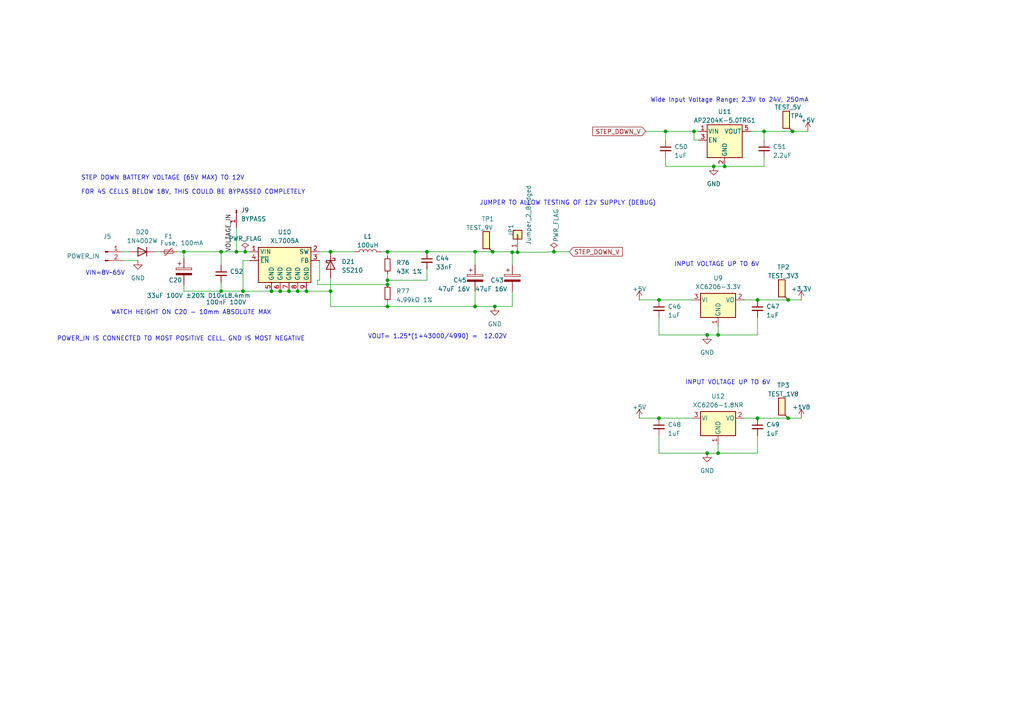
<source format=kicad_sch>
(kicad_sch (version 20230121) (generator eeschema)
  (paper "A4")
  (lib_symbols
    (symbol "Connector:Conn_01x01_Pin" (pin_names (offset 1.016) hide)
      (property "Reference" "J" (at 0 2.54 0))
      (property "Value" "Conn_01x01_Pin" (at 0 -2.54 0))
      (symbol "Conn_01x01_Pin_1_1"
        (polyline (pts (xy 1.27 0) (xy 0.8636 0)) (stroke (width 0.1524)))
        (rectangle (start 0.8636 0.127) (end 0 -0.127) (stroke (width 0.1524)) (fill (type outline)))
        (pin passive line (at 5.08 0 180) (length 3.81) (name "Pin_1") (number "1"))
      )
    )
    (symbol "Connector:Conn_01x02_Pin" (pin_names (offset 1.016) hide)
      (property "Reference" "J" (at 0 2.54 0))
      (property "Value" "Conn_01x02_Pin" (at 0 -5.08 0))
      (symbol "Conn_01x02_Pin_1_1"
        (polyline (pts (xy 1.27 -2.54) (xy 0.8636 -2.54)) (stroke (width 0.1524)))
        (polyline (pts (xy 1.27 0) (xy 0.8636 0)) (stroke (width 0.1524)))
        (rectangle (start 0.8636 -2.413) (end 0 -2.667) (stroke (width 0.1524)) (fill (type outline)))
        (rectangle (start 0.8636 0.127) (end 0 -0.127) (stroke (width 0.1524)) (fill (type outline)))
        (pin passive line (at 5.08 0 180) (length 3.81) (name "Pin_1") (number "1"))
        (pin passive line (at 5.08 -2.54 180) (length 3.81) (name "Pin_2") (number "2"))
      )
    )
    (symbol "Connector:TestPoint_Flag" (pin_numbers hide) (pin_names (offset 0.762) hide)
      (property "Reference" "TP" (at 3.429 1.778 0))
      (property "Value" "TestPoint_Flag" (at 3.302 4.191 0))
      (symbol "TestPoint_Flag_0_1"
        (polyline (pts (xy 0 0) (xy 0.889 0.889)) (stroke (width 0.254)))
        (rectangle (start 0.889 2.794) (end 5.842 0.889) (stroke (width 0.254)) (fill (type background)))
      )
      (symbol "TestPoint_Flag_1_1"
        (pin passive line (at 0 0 90) (length 0) (name "1") (number "1"))
      )
    )
    (symbol "Connector_Generic:Conn_01x01" (pin_names (offset 1.016) hide)
      (property "Reference" "J" (at 0 2.54 0))
      (property "Value" "Conn_01x01" (at 0 -2.54 0))
      (symbol "Conn_01x01_1_1"
        (rectangle (start -1.27 0.127) (end 0 -0.127) (stroke (width 0.1524)))
        (rectangle (start -1.27 1.27) (end 1.27 -1.27) (stroke (width 0.254)) (fill (type background)))
        (pin passive line (at -5.08 0 0) (length 3.81) (name "Pin_1") (number "1"))
      )
    )
    (symbol "Device:C_Polarized" (pin_numbers hide) (pin_names (offset 0.254))
      (property "Reference" "C" (at 0.635 2.54 0))
      (property "Value" "C_Polarized" (at 0.635 -2.54 0))
      (symbol "C_Polarized_0_1"
        (rectangle (start -2.286 0.508) (end 2.286 1.016))
        (polyline (pts (xy -1.778 2.286) (xy -0.762 2.286)))
        (polyline (pts (xy -1.27 2.794) (xy -1.27 1.778)))
        (rectangle (start 2.286 -0.508) (end -2.286 -1.016) (fill (type outline)))
      )
      (symbol "C_Polarized_1_1"
        (pin passive line (at 0 3.81 270) (length 2.794) (name "~") (number "1"))
        (pin passive line (at 0 -3.81 90) (length 2.794) (name "~") (number "2"))
      )
    )
    (symbol "Device:C_Small" (pin_numbers hide) (pin_names (offset 0.254) hide)
      (property "Reference" "C" (at 0.254 1.778 0))
      (property "Value" "C_Small" (at 0.254 -2.032 0))
      (symbol "C_Small_0_1"
        (polyline (pts (xy -1.524 -0.508) (xy 1.524 -0.508)) (stroke (width 0.3302)))
        (polyline (pts (xy -1.524 0.508) (xy 1.524 0.508)) (stroke (width 0.3048)))
      )
      (symbol "C_Small_1_1"
        (pin passive line (at 0 2.54 270) (length 2.032) (name "~") (number "1"))
        (pin passive line (at 0 -2.54 90) (length 2.032) (name "~") (number "2"))
      )
    )
    (symbol "Device:D_Schottky" (pin_numbers hide) (pin_names (offset 1.016) hide)
      (property "Reference" "D" (at 0 2.54 0))
      (property "Value" "D_Schottky" (at 0 -2.54 0))
      (symbol "D_Schottky_0_1"
        (polyline (pts (xy 1.27 0) (xy -1.27 0)))
        (polyline (pts (xy 1.27 1.27) (xy 1.27 -1.27) (xy -1.27 0) (xy 1.27 1.27)) (stroke (width 0.254)))
        (polyline (pts (xy -1.905 0.635) (xy -1.905 1.27) (xy -1.27 1.27) (xy -1.27 -1.27) (xy -0.635 -1.27) (xy -0.635 -0.635)) (stroke (width 0.254)))
      )
      (symbol "D_Schottky_1_1"
        (pin passive line (at -3.81 0 0) (length 2.54) (name "K") (number "1"))
        (pin passive line (at 3.81 0 180) (length 2.54) (name "A") (number "2"))
      )
    )
    (symbol "Device:L" (pin_numbers hide) (pin_names (offset 1.016) hide)
      (property "Reference" "L" (at -1.27 0 90))
      (property "Value" "L" (at 1.905 0 90))
      (symbol "L_0_1"
        (arc (start 0 -2.54) (mid 0.6323 -1.905) (end 0 -1.27))
        (arc (start 0 -1.27) (mid 0.6323 -0.635) (end 0 0))
        (arc (start 0 0) (mid 0.6323 0.635) (end 0 1.27))
        (arc (start 0 1.27) (mid 0.6323 1.905) (end 0 2.54))
      )
      (symbol "L_1_1"
        (pin passive line (at 0 3.81 270) (length 1.27) (name "1") (number "1"))
        (pin passive line (at 0 -3.81 90) (length 1.27) (name "2") (number "2"))
      )
    )
    (symbol "Device:Polyfuse_Small" (pin_numbers hide) (pin_names (offset 0))
      (property "Reference" "F" (at -1.905 0 90))
      (property "Value" "Polyfuse_Small" (at 1.905 0 90))
      (symbol "Polyfuse_Small_0_1"
        (rectangle (start -0.508 1.27) (end 0.508 -1.27))
        (polyline (pts (xy 0 2.54) (xy 0 -2.54)))
        (polyline (pts (xy -1.016 1.27) (xy -1.016 0.762) (xy 1.016 -0.762) (xy 1.016 -1.27)))
      )
      (symbol "Polyfuse_Small_1_1"
        (pin passive line (at 0 2.54 270) (length 0.635) (name "~") (number "1"))
        (pin passive line (at 0 -2.54 90) (length 0.635) (name "~") (number "2"))
      )
    )
    (symbol "Device:R_Small" (pin_numbers hide) (pin_names (offset 0.254) hide)
      (property "Reference" "R" (at 0.762 0.508 0))
      (property "Value" "R_Small" (at 0.762 -1.016 0))
      (symbol "R_Small_0_1"
        (rectangle (start -0.762 1.778) (end 0.762 -1.778) (stroke (width 0.2032)))
      )
      (symbol "R_Small_1_1"
        (pin passive line (at 0 2.54 270) (length 0.762) (name "~") (number "1"))
        (pin passive line (at 0 -2.54 90) (length 0.762) (name "~") (number "2"))
      )
    )
    (symbol "Diode:1N4007" (pin_numbers hide) (pin_names hide)
      (property "Reference" "D" (at 0 2.54 0))
      (property "Value" "1N4007" (at 0 -2.54 0))
      (symbol "1N4007_0_1"
        (polyline (pts (xy -1.27 1.27) (xy -1.27 -1.27)) (stroke (width 0.254)))
        (polyline (pts (xy 1.27 0) (xy -1.27 0)))
        (polyline (pts (xy 1.27 1.27) (xy 1.27 -1.27) (xy -1.27 0) (xy 1.27 1.27)) (stroke (width 0.254)))
      )
      (symbol "1N4007_1_1"
        (pin passive line (at -3.81 0 0) (length 2.54) (name "K") (number "1"))
        (pin passive line (at 3.81 0 180) (length 2.54) (name "A") (number "2"))
      )
    )
    (symbol "Regulator_Linear:AP2204K-5.0" (pin_names (offset 0.254))
      (property "Reference" "U" (at -5.08 5.715 0))
      (property "Value" "AP2204K-5.0" (at 0 5.715 0))
      (symbol "AP2204K-5.0_0_1"
        (rectangle (start -5.08 4.445) (end 5.08 -5.08) (stroke (width 0.254)) (fill (type background)))
      )
      (symbol "AP2204K-5.0_1_1"
        (pin power_in line (at -7.62 2.54 0) (length 2.54) (name "VIN") (number "1"))
        (pin power_in line (at 0 -7.62 90) (length 2.54) (name "GND") (number "2"))
        (pin input line (at -7.62 0 0) (length 2.54) (name "EN") (number "3"))
        (pin no_connect line (at 5.08 0 180) (length 2.54) hide (name "NC") (number "4"))
        (pin power_out line (at 7.62 2.54 180) (length 2.54) (name "VOUT") (number "5"))
      )
    )
    (symbol "Regulator_Linear:XC6206PxxxMR" (pin_names (offset 0.254))
      (property "Reference" "U" (at -3.81 3.175 0))
      (property "Value" "XC6206PxxxMR" (at 0 3.175 0))
      (symbol "XC6206PxxxMR_0_1"
        (rectangle (start -5.08 1.905) (end 5.08 -5.08) (stroke (width 0.254)) (fill (type background)))
      )
      (symbol "XC6206PxxxMR_1_1"
        (pin power_in line (at 0 -7.62 90) (length 2.54) (name "GND") (number "1"))
        (pin power_out line (at 7.62 0 180) (length 2.54) (name "VO") (number "2"))
        (pin power_in line (at -7.62 0 0) (length 2.54) (name "VI") (number "3"))
      )
    )
    (symbol "XLSEMI:XL7005A"
      (property "Reference" "U" (at -7.112 6.096 0))
      (property "Value" "XL7005A" (at 5.842 6.096 0))
      (symbol "XL7005A_0_1"
        (rectangle (start -7.62 5.08) (end 7.62 -5.08) (stroke (width 0.254)) (fill (type background)))
      )
      (symbol "XL7005A_1_0"
        (pin power_in line (at 6.35 -7.62 90) (length 2.54) (name "GND") (number "9"))
      )
      (symbol "XL7005A_1_1"
        (pin power_in line (at -10.16 3.81 0) (length 2.54) (name "VIN") (number "1"))
        (pin power_out line (at 10.16 3.81 180) (length 2.54) (name "SW") (number "2"))
        (pin input line (at 10.16 1.27 180) (length 2.54) (name "FB") (number "3"))
        (pin input line (at -10.16 1.27 0) (length 2.54) (name "~{EN}") (number "4"))
        (pin power_in line (at -3.81 -7.62 90) (length 2.54) (name "GND") (number "5"))
        (pin power_in line (at -1.27 -7.62 90) (length 2.54) (name "GND") (number "6"))
        (pin power_in line (at 1.27 -7.62 90) (length 2.54) (name "GND") (number "7"))
        (pin power_in line (at 3.81 -7.62 90) (length 2.54) (name "GND") (number "8"))
      )
    )
    (symbol "power:+1V8" (power) (pin_names (offset 0))
      (property "Value" "+1V8" (at 0 3.556 0))
      (symbol "+1V8_0_1"
        (polyline (pts (xy -0.762 1.27) (xy 0 2.54)))
        (polyline (pts (xy 0 0) (xy 0 2.54)))
        (polyline (pts (xy 0 2.54) (xy 0.762 1.27)))
      )
      (symbol "+1V8_1_1"
        (pin power_in line (at 0 0 90) (length 0) hide (name "+1V8") (number "1"))
      )
    )
    (symbol "power:+3.3V" (power) (pin_names (offset 0))
      (property "Value" "+3.3V" (at 0 3.556 0))
      (symbol "+3.3V_0_1"
        (polyline (pts (xy -0.762 1.27) (xy 0 2.54)))
        (polyline (pts (xy 0 0) (xy 0 2.54)))
        (polyline (pts (xy 0 2.54) (xy 0.762 1.27)))
      )
      (symbol "+3.3V_1_1"
        (pin power_in line (at 0 0 90) (length 0) hide (name "+3.3V") (number "1"))
      )
    )
    (symbol "power:+5V" (power) (pin_names (offset 0))
      (property "Value" "+5V" (at 0 3.556 0))
      (symbol "+5V_0_1"
        (polyline (pts (xy -0.762 1.27) (xy 0 2.54)))
        (polyline (pts (xy 0 0) (xy 0 2.54)))
        (polyline (pts (xy 0 2.54) (xy 0.762 1.27)))
      )
      (symbol "+5V_1_1"
        (pin power_in line (at 0 0 90) (length 0) hide (name "+5V") (number "1"))
      )
    )
    (symbol "power:GND" (power) (pin_names (offset 0))
      (property "Value" "GND" (at 0 -3.81 0))
      (symbol "GND_0_1"
        (polyline (pts (xy 0 0) (xy 0 -1.27) (xy 1.27 -1.27) (xy 0 -2.54) (xy -1.27 -1.27) (xy 0 -1.27)))
      )
      (symbol "GND_1_1"
        (pin power_in line (at 0 0 270) (length 0) hide (name "GND") (number "1"))
      )
    )
    (symbol "power:PWR_FLAG" (power) (pin_numbers hide) (pin_names (offset 0) hide)
      (property "Value" "PWR_FLAG" (at 0 3.81 0))
      (symbol "PWR_FLAG_0_0"
        (pin power_out line (at 0 0 90) (length 0) (name "pwr") (number "1"))
      )
      (symbol "PWR_FLAG_0_1"
        (polyline (pts (xy 0 0) (xy 0 1.27) (xy -1.016 1.905) (xy 0 2.54) (xy 1.016 1.905) (xy 0 1.27)))
      )
    )
  )
  (junction (at 193.04 38.1))
  (junction (at 112.395 82.55))
  (junction (at 207.01 48.26))
  (junction (at 95.885 84.455))
  (junction (at 205.105 131.445))
  (junction (at 81.28 84.455))
  (junction (at 229.87 38.1))
  (junction (at 150.114 73.152))
  (junction (at 208.28 97.155))
  (junction (at 228.6 121.285))
  (junction (at 210.185 48.26))
  (junction (at 64.135 73.025))
  (junction (at 208.28 131.445))
  (junction (at 64.135 84.455))
  (junction (at 205.105 97.155))
  (junction (at 112.395 81.28))
  (junction (at 70.485 84.455))
  (junction (at 78.74 84.455))
  (junction (at 201.295 38.1))
  (junction (at 88.9 84.455))
  (junction (at 191.135 121.285))
  (junction (at 219.71 121.285))
  (junction (at 71.12 73.025))
  (junction (at 68.58 73.025))
  (junction (at 53.34 73.025))
  (junction (at 143.51 88.9))
  (junction (at 137.795 88.9))
  (junction (at 112.395 88.9))
  (junction (at 123.825 73.025))
  (junction (at 228.6 86.995))
  (junction (at 142.875 73.025))
  (junction (at 95.885 73.025))
  (junction (at 137.795 73.025))
  (junction (at 221.615 38.1))
  (junction (at 148.59 73.152))
  (junction (at 83.82 84.455))
  (junction (at 112.395 73.025))
  (junction (at 160.655 73.025))
  (junction (at 219.71 86.995))
  (junction (at 191.135 86.995))
  (junction (at 86.36 84.455))
  (wire (pts (xy 70.485 84.455) (xy 78.74 84.455)))
  (wire (pts (xy 191.135 126.365) (xy 191.135 131.445)))
  (wire (pts (xy 219.71 97.155) (xy 219.71 92.075)))
  (wire (pts (xy 191.135 131.445) (xy 205.105 131.445)))
  (wire (pts (xy 112.395 73.025) (xy 123.825 73.025)))
  (wire (pts (xy 148.59 73.025) (xy 148.59 73.152)))
  (wire (pts (xy 88.9 84.455) (xy 95.885 84.455)))
  (wire (pts (xy 205.105 97.155) (xy 208.28 97.155)))
  (wire (pts (xy 68.58 73.025) (xy 71.12 73.025)))
  (wire (pts (xy 53.34 84.455) (xy 64.135 84.455)))
  (wire (pts (xy 137.795 88.9) (xy 143.51 88.9)))
  (wire (pts (xy 221.615 40.64) (xy 221.615 38.1)))
  (wire (pts (xy 92.71 81.28) (xy 92.71 75.565)))
  (wire (pts (xy 123.825 81.28) (xy 123.825 78.105)))
  (wire (pts (xy 95.885 73.025) (xy 102.87 73.025)))
  (wire (pts (xy 35.56 73.025) (xy 37.465 73.025)))
  (wire (pts (xy 228.6 121.285) (xy 232.41 121.285)))
  (wire (pts (xy 112.395 79.375) (xy 112.395 81.28)))
  (wire (pts (xy 208.28 97.155) (xy 219.71 97.155)))
  (wire (pts (xy 210.185 48.26) (xy 221.615 48.26)))
  (wire (pts (xy 159.004 73.025) (xy 160.655 73.025)))
  (wire (pts (xy 92.075 81.28) (xy 92.075 82.55)))
  (wire (pts (xy 191.135 86.995) (xy 200.66 86.995)))
  (wire (pts (xy 53.34 82.55) (xy 53.34 84.455)))
  (wire (pts (xy 83.82 84.455) (xy 86.36 84.455)))
  (wire (pts (xy 191.135 92.075) (xy 191.135 97.155)))
  (wire (pts (xy 45.085 73.025) (xy 46.355 73.025)))
  (wire (pts (xy 148.59 88.9) (xy 148.59 84.455)))
  (wire (pts (xy 221.615 48.26) (xy 221.615 45.72)))
  (wire (pts (xy 95.885 84.455) (xy 95.885 88.9)))
  (wire (pts (xy 35.56 75.565) (xy 40.005 75.565)))
  (wire (pts (xy 205.105 131.445) (xy 208.28 131.445)))
  (wire (pts (xy 215.9 121.285) (xy 219.71 121.285)))
  (wire (pts (xy 64.135 73.025) (xy 64.135 76.835)))
  (wire (pts (xy 193.04 45.72) (xy 193.04 48.26)))
  (wire (pts (xy 229.87 38.1) (xy 234.315 38.1)))
  (wire (pts (xy 78.74 84.455) (xy 81.28 84.455)))
  (wire (pts (xy 208.28 131.445) (xy 219.71 131.445)))
  (wire (pts (xy 92.075 81.28) (xy 92.71 81.28)))
  (wire (pts (xy 81.28 84.455) (xy 83.82 84.455)))
  (wire (pts (xy 150.114 73.152) (xy 159.004 73.152)))
  (wire (pts (xy 207.01 48.26) (xy 210.185 48.26)))
  (wire (pts (xy 137.795 84.455) (xy 137.795 88.9)))
  (wire (pts (xy 95.885 84.455) (xy 95.885 80.645)))
  (wire (pts (xy 92.075 82.55) (xy 112.395 82.55)))
  (wire (pts (xy 72.39 75.565) (xy 70.485 75.565)))
  (wire (pts (xy 185.42 86.995) (xy 191.135 86.995)))
  (wire (pts (xy 112.395 87.63) (xy 112.395 88.9)))
  (wire (pts (xy 71.12 73.025) (xy 72.39 73.025)))
  (wire (pts (xy 193.04 40.64) (xy 193.04 38.1)))
  (wire (pts (xy 208.28 94.615) (xy 208.28 97.155)))
  (wire (pts (xy 159.004 73.152) (xy 159.004 73.025)))
  (wire (pts (xy 112.395 73.025) (xy 112.395 74.295)))
  (wire (pts (xy 137.795 73.025) (xy 137.795 76.835)))
  (wire (pts (xy 142.875 73.025) (xy 148.59 73.025)))
  (wire (pts (xy 221.615 38.1) (xy 229.87 38.1)))
  (wire (pts (xy 150.114 73.152) (xy 148.59 73.152)))
  (wire (pts (xy 64.135 81.915) (xy 64.135 84.455)))
  (wire (pts (xy 160.655 73.025) (xy 165.1 73.025)))
  (wire (pts (xy 64.135 84.455) (xy 70.485 84.455)))
  (wire (pts (xy 217.805 38.1) (xy 221.615 38.1)))
  (wire (pts (xy 112.395 88.9) (xy 137.795 88.9)))
  (wire (pts (xy 123.825 73.025) (xy 137.795 73.025)))
  (wire (pts (xy 193.04 38.1) (xy 201.295 38.1)))
  (wire (pts (xy 191.135 121.285) (xy 200.66 121.285)))
  (wire (pts (xy 137.795 73.025) (xy 142.875 73.025)))
  (wire (pts (xy 219.71 131.445) (xy 219.71 126.365)))
  (wire (pts (xy 219.71 121.285) (xy 228.6 121.285)))
  (wire (pts (xy 191.135 97.155) (xy 205.105 97.155)))
  (wire (pts (xy 143.51 88.9) (xy 148.59 88.9)))
  (wire (pts (xy 110.49 73.025) (xy 112.395 73.025)))
  (wire (pts (xy 112.395 81.28) (xy 112.395 82.55)))
  (wire (pts (xy 68.58 66.04) (xy 68.58 73.025)))
  (wire (pts (xy 70.485 75.565) (xy 70.485 84.455)))
  (wire (pts (xy 228.6 86.995) (xy 232.41 86.995)))
  (wire (pts (xy 185.42 121.285) (xy 191.135 121.285)))
  (wire (pts (xy 53.34 73.025) (xy 53.34 74.93)))
  (wire (pts (xy 86.36 84.455) (xy 88.9 84.455)))
  (wire (pts (xy 148.59 73.152) (xy 148.59 76.835)))
  (wire (pts (xy 201.295 38.1) (xy 202.565 38.1)))
  (wire (pts (xy 51.435 73.025) (xy 53.34 73.025)))
  (wire (pts (xy 215.9 86.995) (xy 219.71 86.995)))
  (wire (pts (xy 208.28 128.905) (xy 208.28 131.445)))
  (wire (pts (xy 201.295 40.64) (xy 201.295 38.1)))
  (wire (pts (xy 95.885 88.9) (xy 112.395 88.9)))
  (wire (pts (xy 187.325 38.1) (xy 193.04 38.1)))
  (wire (pts (xy 219.71 86.995) (xy 228.6 86.995)))
  (wire (pts (xy 92.71 73.025) (xy 95.885 73.025)))
  (wire (pts (xy 112.395 81.28) (xy 123.825 81.28)))
  (wire (pts (xy 64.135 73.025) (xy 68.58 73.025)))
  (wire (pts (xy 193.04 48.26) (xy 207.01 48.26)))
  (wire (pts (xy 53.34 73.025) (xy 64.135 73.025)))
  (wire (pts (xy 202.565 40.64) (xy 201.295 40.64)))
  (text "INPUT VOLTAGE UP TO 6V" (at 195.58 77.47 0) (effects (font (size 1.27 1.27)) (justify left bottom)))
  (text "POWER_IN IS CONNECTED TO MOST POSITIVE CELL, GND IS MOST NEGATIVE" (at 16.51 99.06 0) (effects (font (size 1.27 1.27)) (justify left bottom)))
  (text "JUMPER TO ALLOW TESTING OF 12V SUPPLY (DEBUG)" (at 139.065 59.69 0) (effects (font (size 1.27 1.27)) (justify left bottom)))
  (text "VIN=8V~65V" (at 24.765 80.01 0) (effects (font (size 1.27 1.27)) (justify left bottom)))
  (text "STEP DOWN BATTERY VOLTAGE (65V MAX) TO 12V\n\nFOR 4S CELLS BELOW 18V, THIS COULD BE BYPASSED COMPLETELY\n" (at 23.495 56.515 0) (effects (font (size 1.27 1.27)) (justify left bottom)))
  (text "INPUT VOLTAGE UP TO 6V" (at 198.755 111.76 0) (effects (font (size 1.27 1.27)) (justify left bottom)))
  (text "WATCH HEIGHT ON C20 - 10mm ABSOLUTE MAX" (at 78.74 91.44 0) (effects (font (size 1.27 1.27)) (justify right bottom)))
  (text "VOUT= 1.25*(1+43000/4990) =  12.02V" (at 106.68 98.425 0) (effects (font (size 1.27 1.27)) (justify left bottom)))
  (text "Wide Input Voltage Range: 2.3V to 24V, 250mA" (at 188.595 29.845 0) (effects (font (size 1.27 1.27)) (justify left bottom)))
  (label "VOLTAGE_IN" (at 67.31 73.025 90))
  (global_label "STEP_DOWN_V" (shape input) (at 187.325 38.1 180) (property "Intersheetrefs" "${INTERSHEET_REFS}" (effects hide)))
  (global_label "STEP_DOWN_V" (shape input) (at 165.1 73.025 0) (property "Intersheetrefs" "${INTERSHEET_REFS}" (effects hide)))
  (symbol (lib_id "Device:C_Small") (at 123.825 75.565 0) (unit 1)
    (property "Reference" "C44" (at 126.365 74.9363 0) (effects (justify left)))
    (property "Value" "33nF" (at 126.365 77.4763 0) (effects (justify left)))
    (property "Footprint" "Capacitor_SMD:C_0603_1608Metric" (effects hide))
    (property "PartNumber" "CC0603KRX7R8BB333" (effects hide))
    (property "LCSCStockCode" "C113810" (effects hide))
  )
  (symbol (lib_id "power:+3.3V") (at 232.41 86.995 0) (unit 1)
    (property "Reference" "#PWR063" (effects hide))
    (property "Value" "+3.3V" (at 232.41 83.82 0))
  )
  (symbol (lib_id "Device:C_Small") (at 219.71 89.535 0) (unit 1)
    (property "Reference" "C47" (at 222.25 88.9063 0) (effects (justify left)))
    (property "Value" "1uF" (at 222.25 91.4463 0) (effects (justify left)))
    (property "Footprint" "Capacitor_SMD:C_0805_2012Metric" (effects hide))
    (property "PartNumber" "CL21B105KBFNNNE" (effects hide))
    (property "LCSCStockCode" "C28323" (effects hide))
  )
  (symbol (lib_id "Device:C_Small") (at 219.71 123.825 0) (unit 1)
    (property "Reference" "C49" (at 222.25 123.1963 0) (effects (justify left)))
    (property "Value" "1uF" (at 222.25 125.7363 0) (effects (justify left)))
    (property "Footprint" "Capacitor_SMD:C_0805_2012Metric" (effects hide))
    (property "PartNumber" "CL21B105KBFNNNE" (effects hide))
    (property "LCSCStockCode" "C28323" (effects hide))
  )
  (symbol (lib_id "Connector:TestPoint_Flag") (at 229.87 38.1 90) (unit 1)
    (property "Reference" "TP4" (at 231.14 33.655 90))
    (property "Value" "TEST_5V" (at 228.473 31.115 90))
    (property "Footprint" "TestPoint:TestPoint_Pad_1.5x1.5mm" (effects hide))
  )
  (symbol (lib_id "Device:C_Polarized") (at 148.59 80.645 0) (unit 1)
    (property "Reference" "C43" (at 142.24 81.28 0) (effects (justify left)))
    (property "Value" "47uF 16V" (at 137.795 83.82 0) (effects (justify left)))
    (property "Footprint" "Capacitor_SMD:CP_Elec_5x5.4" (effects hide))
    (property "PartNumber" "RVT1C470M0505" (effects hide))
    (property "LCSCStockCode" "C3337" (effects hide))
  )
  (symbol (lib_id "Device:C_Small") (at 221.615 43.18 0) (unit 1)
    (property "Reference" "C51" (at 224.155 42.5513 0) (effects (justify left)))
    (property "Value" "2.2uF" (at 224.155 45.0913 0) (effects (justify left)))
    (property "Footprint" "Capacitor_SMD:C_0603_1608Metric" (effects hide))
    (property "PartNumber" "CL10A225KO8NNNC" (effects hide))
    (property "LCSCStockCode" "C23630" (effects hide))
  )
  (symbol (lib_id "Diode:1N4007") (at 41.275 73.025 180) (unit 1)
    (property "Reference" "D20" (at 41.275 67.31 0))
    (property "Value" "1N4002W" (at 41.275 69.85 0))
    (property "Footprint" "Diode_SMD:D_SOD-123F" (effects hide))
    (property "Datasheet" "https://datasheet.lcsc.com/lcsc/1810091230_Shandong-Jingdao-Microelectronics-1N4002W_C169542.pdf" (effects hide))
    (property "PartNumber" "1N4002W" (effects hide))
    (property "LCSCStockCode" "C169542" (effects hide))
  )
  (symbol (lib_id "power:+1V8") (at 232.41 121.285 0) (unit 1)
    (property "Reference" "#PWR067" (effects hide))
    (property "Value" "+1V8" (at 232.41 118.11 0))
  )
  (symbol (lib_id "Regulator_Linear:XC6206PxxxMR") (at 208.28 121.285 0) (unit 1)
    (property "Reference" "U12" (at 208.28 114.935 0))
    (property "Value" "XC6206-1.8NR" (at 208.28 117.475 0))
    (property "Footprint" "Package_TO_SOT_SMD:SOT-23-3" (effects hide))
    (property "Datasheet" "https://www.torexsemi.com/file/xc6206/XC6206.pdf" (effects hide))
    (property "PartNumber" "XC6206-1.8NR" (effects hide))
    (property "LCSCStockCode" "C2984870" (effects hide))
  )
  (symbol (lib_id "Device:R_Small") (at 112.395 85.09 0) (unit 1)
    (property "Reference" "R77" (at 114.935 84.455 0) (effects (justify left)))
    (property "Value" "4.99kΩ 1%" (at 114.935 86.995 0) (effects (justify left)))
    (property "Footprint" "Resistor_SMD:R_0603_1608Metric" (effects hide))
    (property "PartNumber" "0603WAF4991T5E" (effects hide))
    (property "LCSCStockCode" "C23046" (effects hide))
  )
  (symbol (lib_id "power:GND") (at 205.105 131.445 0) (unit 1)
    (property "Reference" "#PWR065" (effects hide))
    (property "Value" "GND" (at 205.105 136.525 0))
  )
  (symbol (lib_id "power:GND") (at 205.105 97.155 0) (unit 1)
    (property "Reference" "#PWR062" (effects hide))
    (property "Value" "GND" (at 205.105 102.235 0))
  )
  (symbol (lib_id "Connector:TestPoint_Flag") (at 228.6 86.995 90) (unit 1)
    (property "Reference" "TP2" (at 227.203 77.47 90))
    (property "Value" "TEST_3V3" (at 227.203 80.01 90))
    (property "Footprint" "TestPoint:TestPoint_Pad_1.5x1.5mm" (effects hide))
  )
  (symbol (lib_id "Device:C_Small") (at 64.135 79.375 0) (unit 1)
    (property "Reference" "C52" (at 66.675 78.7463 0) (effects (justify left)))
    (property "Value" "100nF 100V" (at 59.69 87.63 0) (effects (justify left)))
    (property "Footprint" "Capacitor_SMD:C_0805_2012Metric" (effects hide))
    (property "PartNumber" "CL21B104KCFNNNE" (effects hide))
    (property "LCSCStockCode" "C28233" (effects hide))
  )
  (symbol (lib_id "Connector_Generic:Conn_01x01") (at 150.114 68.072 90) (unit 1)
    (property "Reference" "JP1" (at 148.209 66.802 0))
    (property "Value" "Jumper_2_Bridged" (at 153.289 62.357 0))
    (property "Footprint" "Connector_PinHeader_2.54mm:PinHeader_1x01_P2.54mm_Vertical" (effects hide))
    (property "PartNumber" "DZ254R-11-02-63" (effects hide))
    (property "LCSCStockCode" "C2935908" (effects hide))
  )
  (symbol (lib_id "power:GND") (at 207.01 48.26 0) (unit 1)
    (property "Reference" "#PWR069" (effects hide))
    (property "Value" "GND" (at 207.01 53.34 0))
  )
  (symbol (lib_id "power:PWR_FLAG") (at 71.12 73.025 0) (unit 1)
    (property "Reference" "#FLG01" (effects hide))
    (property "Value" "PWR_FLAG" (at 71.12 69.215 0))
  )
  (symbol (lib_id "Regulator_Linear:XC6206PxxxMR") (at 208.28 86.995 0) (unit 1)
    (property "Reference" "U9" (at 208.28 80.645 0))
    (property "Value" "XC6206-3.3V" (at 208.28 83.185 0))
    (property "Footprint" "Package_TO_SOT_SMD:SOT-23-3" (effects hide))
    (property "Datasheet" "https://www.torexsemi.com/file/xc6206/XC6206.pdf" (effects hide))
    (property "PartNumber" "XC6206-3.3V" (effects hide))
    (property "LCSCStockCode" "C2891841" (effects hide))
  )
  (symbol (lib_id "XLSEMI:XL7005A") (at 82.55 76.835 0) (unit 1)
    (property "Reference" "U10" (at 82.55 67.31 0))
    (property "Value" "XL7005A" (at 82.55 69.85 0))
    (property "Footprint" "Package_SO:SOIC-8-1EP_3.9x4.9mm_P1.27mm_EP2.29x3mm" (effects hide))
    (property "Datasheet" "https://datasheet.lcsc.com/lcsc/1811081614_XLSEMI-XL7005A_C50848.pdf" (effects hide))
    (property "PartNumber" "XL7005A" (effects hide))
    (property "LCSCStockCode" "C50848" (effects hide))
  )
  (symbol (lib_id "Device:C_Small") (at 191.135 123.825 0) (unit 1)
    (property "Reference" "C48" (at 193.675 123.1963 0) (effects (justify left)))
    (property "Value" "1uF" (at 193.675 125.7363 0) (effects (justify left)))
    (property "Footprint" "Capacitor_SMD:C_0805_2012Metric" (effects hide))
    (property "PartNumber" "CL21B105KBFNNNE" (effects hide))
    (property "LCSCStockCode" "C28323" (effects hide))
  )
  (symbol (lib_id "Connector:Conn_01x01_Pin") (at 68.58 60.96 270) (unit 1) (in_bom no)
    (property "Reference" "J9" (at 69.85 60.96 90) (effects (justify left)))
    (property "Value" "BYPASS" (at 69.85 63.5 90) (effects (justify left)))
    (property "Footprint" "Connector_PinSocket_2.54mm:PinSocket_1x01_P2.54mm_Vertical" (effects hide))
  )
  (symbol (lib_id "power:GND") (at 40.005 75.565 0) (unit 1)
    (property "Reference" "#PWR066" (effects hide))
    (property "Value" "GND" (at 40.005 80.645 0))
  )
  (symbol (lib_id "Device:R_Small") (at 112.395 76.835 0) (unit 1)
    (property "Reference" "R76" (at 114.935 76.2 0) (effects (justify left)))
    (property "Value" "43K 1%" (at 114.935 78.74 0) (effects (justify left)))
    (property "Footprint" "Resistor_SMD:R_0603_1608Metric" (effects hide))
    (property "PartNumber" "0603WAF4302T5E" (effects hide))
    (property "LCSCStockCode" "C23172" (effects hide))
  )
  (symbol (lib_id "Device:D_Schottky") (at 95.885 76.835 270) (unit 1)
    (property "Reference" "D21" (at 99.06 75.8825 90) (effects (justify left)))
    (property "Value" "SS210" (at 99.06 78.4225 90) (effects (justify left)))
    (property "Footprint" "Diode_SMD:D_SMA" (effects hide))
    (property "PartNumber" "SS210" (effects hide))
    (property "LCSCStockCode" "C432298" (effects hide))
  )
  (symbol (lib_id "Device:C_Polarized") (at 137.795 80.645 0) (unit 1)
    (property "Reference" "C45" (at 131.445 81.28 0) (effects (justify left)))
    (property "Value" "47uF 16V" (at 127 83.82 0) (effects (justify left)))
    (property "Footprint" "Capacitor_SMD:CP_Elec_5x5.4" (effects hide))
    (property "PartNumber" "RVT1C470M0505" (effects hide))
    (property "LCSCStockCode" "C3337" (effects hide))
  )
  (symbol (lib_id "power:+5V") (at 234.315 38.1 0) (unit 1)
    (property "Reference" "#PWR068" (effects hide))
    (property "Value" "+5V" (at 234.315 34.925 0))
  )
  (symbol (lib_id "Connector:Conn_01x02_Pin") (at 30.48 73.025 0) (unit 1)
    (property "Reference" "J5" (at 31.115 68.58 0))
    (property "Value" "POWER_IN" (at 24.13 74.295 0))
    (property "Footprint" "Connector_Phoenix_MC:PhoenixContact_MC_1,5_2-G-3.81_1x02_P3.81mm_Horizontal" (effects hide))
    (property "PartNumber" "WJ15EDGRC-3.81-2P" (effects hide))
    (property "LCSCStockCode" "C8387" (effects hide))
  )
  (symbol (lib_id "Connector:TestPoint_Flag") (at 228.6 121.285 90) (unit 1)
    (property "Reference" "TP3" (at 227.203 111.76 90))
    (property "Value" "TEST_1V8" (at 227.203 114.3 90))
    (property "Footprint" "TestPoint:TestPoint_Pad_1.5x1.5mm" (effects hide))
  )
  (symbol (lib_id "power:+5V") (at 185.42 86.995 0) (unit 1)
    (property "Reference" "#PWR061" (effects hide))
    (property "Value" "+5V" (at 185.42 83.82 0))
  )
  (symbol (lib_id "Device:C_Small") (at 193.04 43.18 0) (unit 1)
    (property "Reference" "C50" (at 195.58 42.5513 0) (effects (justify left)))
    (property "Value" "1uF" (at 195.58 45.0913 0) (effects (justify left)))
    (property "Footprint" "Capacitor_SMD:C_0805_2012Metric" (effects hide))
    (property "PartNumber" "CL21B105KBFNNNE" (effects hide))
    (property "LCSCStockCode" "C28323" (effects hide))
  )
  (symbol (lib_id "Device:C_Polarized") (at 53.34 78.74 0) (unit 1)
    (property "Reference" "C20" (at 48.895 81.28 0) (effects (justify left)))
    (property "Value" "33uF 100V ±20% D10xL8.4mm" (at 42.545 85.725 0) (effects (justify left)))
    (property "Footprint" "Capacitor_SMD:CP_Elec_10x7.9" (effects hide))
    (property "PartNumber" "VK7E0842A330MV" (effects hide))
    (property "LCSCStockCode" "C486954" (effects hide))
  )
  (symbol (lib_id "Regulator_Linear:AP2204K-5.0") (at 210.185 40.64 0) (unit 1)
    (property "Reference" "U11" (at 210.185 32.385 0))
    (property "Value" "AP2204K-5.0TRG1" (at 210.185 34.925 0))
    (property "Footprint" "Package_TO_SOT_SMD:SOT-23-5" (effects hide))
    (property "Datasheet" "https://datasheet.lcsc.com/lcsc/1808291041_Diodes-Incorporated-AP2204K-5-0TRG1_C112031.pdf" (effects hide))
    (property "PartNumber" "AP2204K-5.0TRG1" (effects hide))
    (property "LCSCStockCode" "C112031" (effects hide))
  )
  (symbol (lib_id "Device:C_Small") (at 191.135 89.535 0) (unit 1)
    (property "Reference" "C46" (at 193.675 88.9063 0) (effects (justify left)))
    (property "Value" "1uF" (at 193.675 91.4463 0) (effects (justify left)))
    (property "Footprint" "Capacitor_SMD:C_0805_2012Metric" (effects hide))
    (property "PartNumber" "CL21B105KBFNNNE" (effects hide))
    (property "LCSCStockCode" "C28323" (effects hide))
  )
  (symbol (lib_id "power:+5V") (at 185.42 121.285 0) (unit 1)
    (property "Reference" "#PWR064" (effects hide))
    (property "Value" "+5V" (at 185.42 118.11 0))
  )
  (symbol (lib_id "power:PWR_FLAG") (at 160.655 73.025 0) (unit 1)
    (property "Reference" "#FLG03" (effects hide))
    (property "Value" "PWR_FLAG" (at 161.29 65.405 90))
    (instances (project "Module_16S" (path "" (reference "#FLG03") (unit 1)) (path "" (reference "#FLG04") (unit 1))))
  )
  (symbol (lib_id "Device:L") (at 106.68 73.025 90) (unit 1)
    (property "Reference" "L1" (at 106.68 68.58 90))
    (property "Value" "100uH" (at 106.68 71.12 90))
    (property "Footprint" "COILMX:MS1040-101M" (effects hide))
    (property "PartNumber" "MS1040-101M" (effects hide))
    (property "LCSCStockCode" "C380060" (effects hide))
  )
  (symbol (lib_id "Device:Polyfuse_Small") (at 48.895 73.025 90) (unit 1)
    (property "Reference" "F1" (at 48.895 68.58 90))
    (property "Value" "Fuse, 100mA" (at 52.705 70.485 90))
    (property "Footprint" "Fuse:Fuse_Bourns_MF-RHT100" (effects hide))
    (property "Datasheet" "https://datasheet.lcsc.com/lcsc/2304140030_Jinrui-Electronic-Materials-Co--JK250-100U_C2680606.pdf" (effects hide))
    (property "PartNumber" "JK250-100U" (effects hide))
    (property "LCSCStockCode" "C2680606" (effects hide))
  )
  (symbol (lib_id "Connector:TestPoint_Flag") (at 142.875 73.025 90) (unit 1)
    (property "Reference" "TP1" (at 141.478 63.5 90))
    (property "Value" "TEST_9V" (at 139.065 66.04 90))
    (property "Footprint" "TestPoint:TestPoint_Pad_1.5x1.5mm" (effects hide))
  )
  (symbol (lib_id "power:GND") (at 143.51 88.9 0) (unit 1)
    (property "Reference" "#PWR059" (effects hide))
    (property "Value" "GND" (at 143.51 93.98 0))
  )
)
</source>
